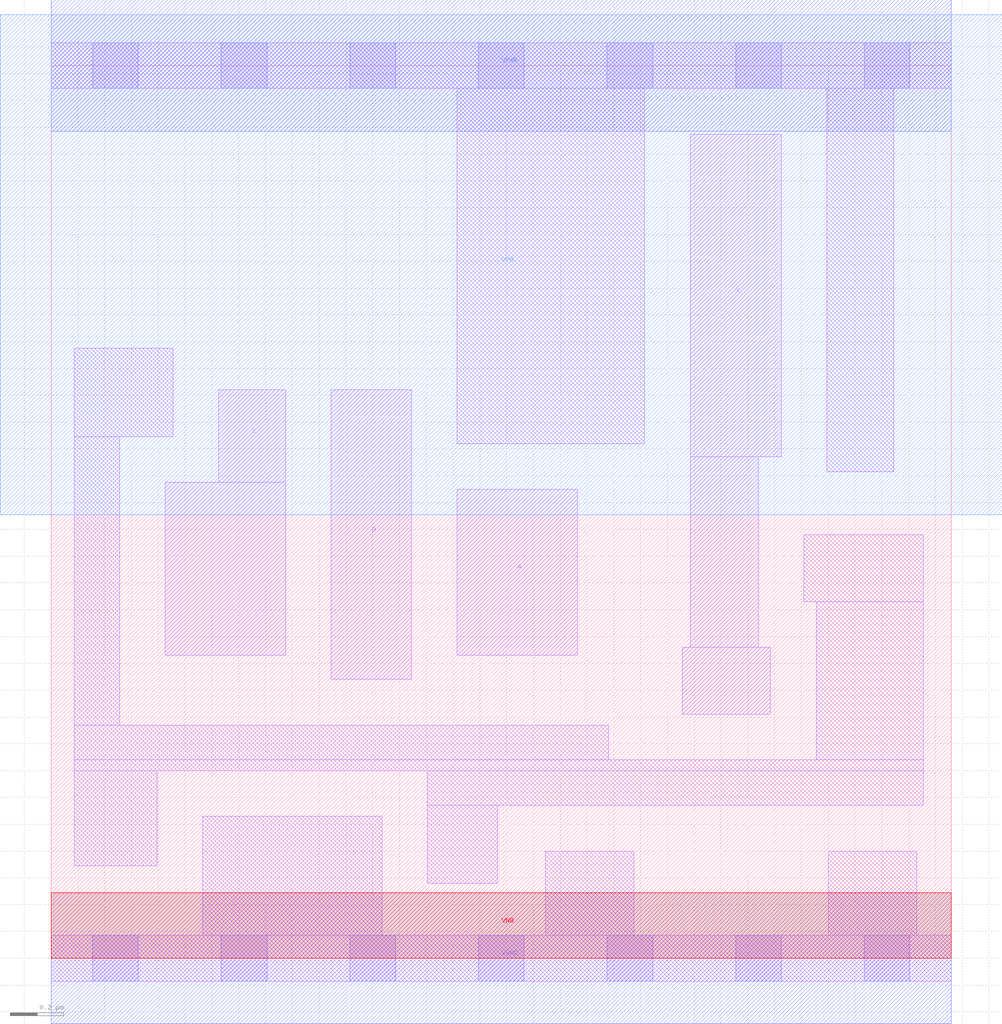
<source format=lef>
# Copyright 2020 The SkyWater PDK Authors
#
# Licensed under the Apache License, Version 2.0 (the "License");
# you may not use this file except in compliance with the License.
# You may obtain a copy of the License at
#
#     https://www.apache.org/licenses/LICENSE-2.0
#
# Unless required by applicable law or agreed to in writing, software
# distributed under the License is distributed on an "AS IS" BASIS,
# WITHOUT WARRANTIES OR CONDITIONS OF ANY KIND, either express or implied.
# See the License for the specific language governing permissions and
# limitations under the License.
#
# SPDX-License-Identifier: Apache-2.0

VERSION 5.7 ;
  NOWIREEXTENSIONATPIN ON ;
  DIVIDERCHAR "/" ;
  BUSBITCHARS "[]" ;
MACRO sky130_fd_sc_lp__or3_2
  CLASS CORE ;
  FOREIGN sky130_fd_sc_lp__or3_2 ;
  ORIGIN  0.000000  0.000000 ;
  SIZE  3.360000 BY  3.330000 ;
  SYMMETRY X Y R90 ;
  SITE unit ;
  PIN A
    ANTENNAGATEAREA  0.126000 ;
    DIRECTION INPUT ;
    USE SIGNAL ;
    PORT
      LAYER li1 ;
        RECT 1.515000 1.130000 1.965000 1.750000 ;
    END
  END A
  PIN B
    ANTENNAGATEAREA  0.126000 ;
    DIRECTION INPUT ;
    USE SIGNAL ;
    PORT
      LAYER li1 ;
        RECT 1.045000 1.040000 1.345000 2.120000 ;
    END
  END B
  PIN C
    ANTENNAGATEAREA  0.126000 ;
    DIRECTION INPUT ;
    USE SIGNAL ;
    PORT
      LAYER li1 ;
        RECT 0.425000 1.130000 0.875000 1.775000 ;
        RECT 0.625000 1.775000 0.875000 2.120000 ;
    END
  END C
  PIN X
    ANTENNADIFFAREA  0.588000 ;
    DIRECTION OUTPUT ;
    USE SIGNAL ;
    PORT
      LAYER li1 ;
        RECT 2.355000 0.910000 2.685000 1.160000 ;
        RECT 2.385000 1.160000 2.640000 1.870000 ;
        RECT 2.385000 1.870000 2.725000 3.075000 ;
    END
  END X
  PIN VGND
    DIRECTION INOUT ;
    USE GROUND ;
    PORT
      LAYER met1 ;
        RECT 0.000000 -0.245000 3.360000 0.245000 ;
    END
  END VGND
  PIN VNB
    DIRECTION INOUT ;
    USE GROUND ;
    PORT
      LAYER pwell ;
        RECT 0.000000 0.000000 3.360000 0.245000 ;
    END
  END VNB
  PIN VPB
    DIRECTION INOUT ;
    USE POWER ;
    PORT
      LAYER nwell ;
        RECT -0.190000 1.655000 3.550000 3.520000 ;
    END
  END VPB
  PIN VPWR
    DIRECTION INOUT ;
    USE POWER ;
    PORT
      LAYER met1 ;
        RECT 0.000000 3.085000 3.360000 3.575000 ;
    END
  END VPWR
  OBS
    LAYER li1 ;
      RECT 0.000000 -0.085000 3.360000 0.085000 ;
      RECT 0.000000  3.245000 3.360000 3.415000 ;
      RECT 0.085000  0.345000 0.395000 0.700000 ;
      RECT 0.085000  0.700000 3.255000 0.740000 ;
      RECT 0.085000  0.740000 2.080000 0.870000 ;
      RECT 0.085000  0.870000 0.255000 1.945000 ;
      RECT 0.085000  1.945000 0.455000 2.275000 ;
      RECT 0.565000  0.085000 1.235000 0.530000 ;
      RECT 1.405000  0.280000 1.665000 0.570000 ;
      RECT 1.405000  0.570000 3.255000 0.700000 ;
      RECT 1.515000  1.920000 2.215000 3.245000 ;
      RECT 1.845000  0.085000 2.175000 0.400000 ;
      RECT 2.810000  1.330000 3.255000 1.580000 ;
      RECT 2.855000  0.740000 3.255000 1.330000 ;
      RECT 2.895000  1.815000 3.145000 3.245000 ;
      RECT 2.900000  0.085000 3.230000 0.400000 ;
    LAYER mcon ;
      RECT 0.155000 -0.085000 0.325000 0.085000 ;
      RECT 0.155000  3.245000 0.325000 3.415000 ;
      RECT 0.635000 -0.085000 0.805000 0.085000 ;
      RECT 0.635000  3.245000 0.805000 3.415000 ;
      RECT 1.115000 -0.085000 1.285000 0.085000 ;
      RECT 1.115000  3.245000 1.285000 3.415000 ;
      RECT 1.595000 -0.085000 1.765000 0.085000 ;
      RECT 1.595000  3.245000 1.765000 3.415000 ;
      RECT 2.075000 -0.085000 2.245000 0.085000 ;
      RECT 2.075000  3.245000 2.245000 3.415000 ;
      RECT 2.555000 -0.085000 2.725000 0.085000 ;
      RECT 2.555000  3.245000 2.725000 3.415000 ;
      RECT 3.035000 -0.085000 3.205000 0.085000 ;
      RECT 3.035000  3.245000 3.205000 3.415000 ;
  END
END sky130_fd_sc_lp__or3_2
END LIBRARY

</source>
